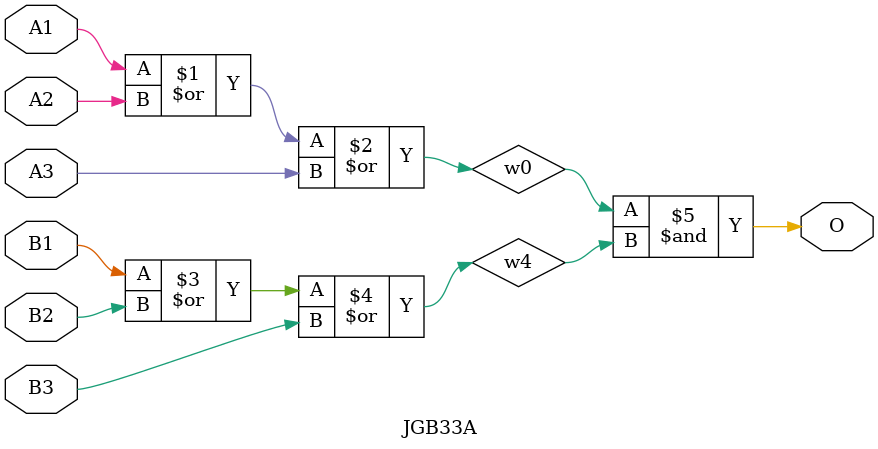
<source format=v>
module JGB33A(A1, A2, A3, B1, B2, B3, O);
input   A1;
input   A2;
input   A3;
input   B1;
input   B2;
input   B3;
output  O;
or g0(w0, A1, A2, A3);
or g1(w4, B1, B2, B3);
and g2(O, w0, w4);
endmodule
</source>
